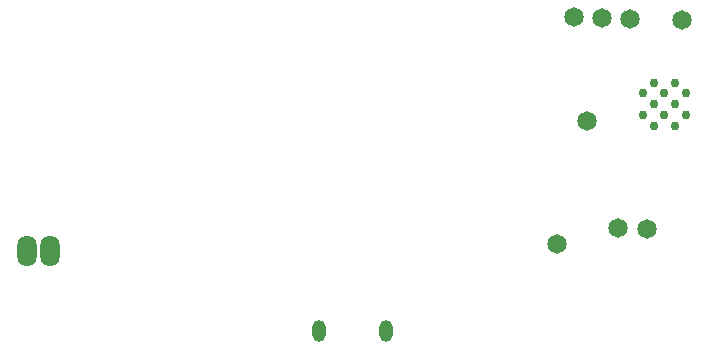
<source format=gbs>
G04*
G04 #@! TF.GenerationSoftware,Altium Limited,Altium Designer,21.9.2 (33)*
G04*
G04 Layer_Color=16711935*
%FSLAX25Y25*%
%MOIN*%
G70*
G04*
G04 #@! TF.SameCoordinates,E153DD42-8A7D-485B-B93F-EA924BBF0D18*
G04*
G04*
G04 #@! TF.FilePolarity,Negative*
G04*
G01*
G75*
%ADD77O,0.04528X0.07284*%
%ADD78C,0.00591*%
%ADD79C,0.02953*%
%ADD87C,0.06496*%
%ADD88O,0.06496X0.10433*%
D77*
X200689Y20984D02*
D03*
X178445D02*
D03*
D78*
X181693Y29528D02*
D03*
X197441D02*
D03*
D79*
X300768Y100069D02*
D03*
Y92844D02*
D03*
X297155Y103681D02*
D03*
Y96457D02*
D03*
Y89232D02*
D03*
X293543Y100069D02*
D03*
Y92844D02*
D03*
X289931Y103681D02*
D03*
Y96457D02*
D03*
Y89232D02*
D03*
X286319Y100069D02*
D03*
Y92844D02*
D03*
D87*
X299400Y124400D02*
D03*
X267800Y90800D02*
D03*
X287800Y55000D02*
D03*
X278200Y55200D02*
D03*
X257600Y49800D02*
D03*
X272600Y125200D02*
D03*
X282200Y124800D02*
D03*
X263400Y125400D02*
D03*
D88*
X80926Y47400D02*
D03*
X88800D02*
D03*
M02*

</source>
